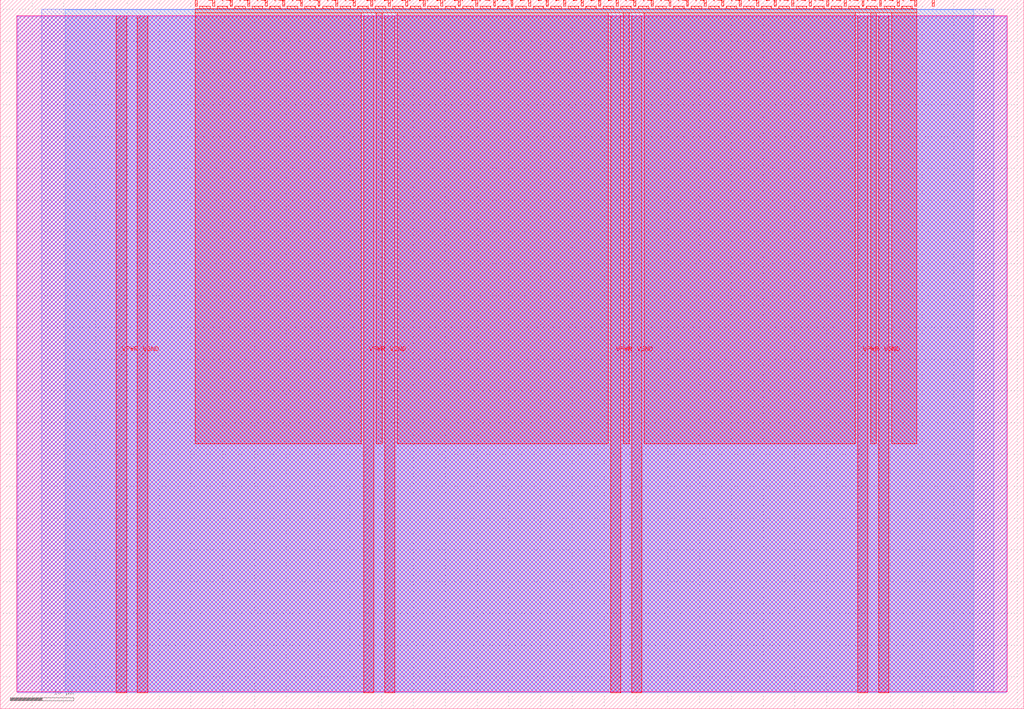
<source format=lef>
VERSION 5.7 ;
  NOWIREEXTENSIONATPIN ON ;
  DIVIDERCHAR "/" ;
  BUSBITCHARS "[]" ;
MACRO tt_um_spi2ws2811x16
  CLASS BLOCK ;
  FOREIGN tt_um_spi2ws2811x16 ;
  ORIGIN 0.000 0.000 ;
  SIZE 161.000 BY 111.520 ;
  PIN VGND
    DIRECTION INOUT ;
    USE GROUND ;
    PORT
      LAYER met4 ;
        RECT 21.580 2.480 23.180 109.040 ;
    END
    PORT
      LAYER met4 ;
        RECT 60.450 2.480 62.050 109.040 ;
    END
    PORT
      LAYER met4 ;
        RECT 99.320 2.480 100.920 109.040 ;
    END
    PORT
      LAYER met4 ;
        RECT 138.190 2.480 139.790 109.040 ;
    END
  END VGND
  PIN VPWR
    DIRECTION INOUT ;
    USE POWER ;
    PORT
      LAYER met4 ;
        RECT 18.280 2.480 19.880 109.040 ;
    END
    PORT
      LAYER met4 ;
        RECT 57.150 2.480 58.750 109.040 ;
    END
    PORT
      LAYER met4 ;
        RECT 96.020 2.480 97.620 109.040 ;
    END
    PORT
      LAYER met4 ;
        RECT 134.890 2.480 136.490 109.040 ;
    END
  END VPWR
  PIN clk
    DIRECTION INPUT ;
    USE SIGNAL ;
    ANTENNAGATEAREA 0.852000 ;
    PORT
      LAYER met4 ;
        RECT 143.830 110.520 144.130 111.520 ;
    END
  END clk
  PIN ena
    DIRECTION INPUT ;
    USE SIGNAL ;
    PORT
      LAYER met4 ;
        RECT 146.590 110.520 146.890 111.520 ;
    END
  END ena
  PIN rst_n
    DIRECTION INPUT ;
    USE SIGNAL ;
    ANTENNAGATEAREA 0.126000 ;
    PORT
      LAYER met4 ;
        RECT 141.070 110.520 141.370 111.520 ;
    END
  END rst_n
  PIN ui_in[0]
    DIRECTION INPUT ;
    USE SIGNAL ;
    ANTENNAGATEAREA 0.126000 ;
    PORT
      LAYER met4 ;
        RECT 138.310 110.520 138.610 111.520 ;
    END
  END ui_in[0]
  PIN ui_in[1]
    DIRECTION INPUT ;
    USE SIGNAL ;
    ANTENNAGATEAREA 0.213000 ;
    PORT
      LAYER met4 ;
        RECT 135.550 110.520 135.850 111.520 ;
    END
  END ui_in[1]
  PIN ui_in[2]
    DIRECTION INPUT ;
    USE SIGNAL ;
    PORT
      LAYER met4 ;
        RECT 132.790 110.520 133.090 111.520 ;
    END
  END ui_in[2]
  PIN ui_in[3]
    DIRECTION INPUT ;
    USE SIGNAL ;
    PORT
      LAYER met4 ;
        RECT 130.030 110.520 130.330 111.520 ;
    END
  END ui_in[3]
  PIN ui_in[4]
    DIRECTION INPUT ;
    USE SIGNAL ;
    PORT
      LAYER met4 ;
        RECT 127.270 110.520 127.570 111.520 ;
    END
  END ui_in[4]
  PIN ui_in[5]
    DIRECTION INPUT ;
    USE SIGNAL ;
    PORT
      LAYER met4 ;
        RECT 124.510 110.520 124.810 111.520 ;
    END
  END ui_in[5]
  PIN ui_in[6]
    DIRECTION INPUT ;
    USE SIGNAL ;
    PORT
      LAYER met4 ;
        RECT 121.750 110.520 122.050 111.520 ;
    END
  END ui_in[6]
  PIN ui_in[7]
    DIRECTION INPUT ;
    USE SIGNAL ;
    PORT
      LAYER met4 ;
        RECT 118.990 110.520 119.290 111.520 ;
    END
  END ui_in[7]
  PIN uio_in[0]
    DIRECTION INPUT ;
    USE SIGNAL ;
    PORT
      LAYER met4 ;
        RECT 116.230 110.520 116.530 111.520 ;
    END
  END uio_in[0]
  PIN uio_in[1]
    DIRECTION INPUT ;
    USE SIGNAL ;
    PORT
      LAYER met4 ;
        RECT 113.470 110.520 113.770 111.520 ;
    END
  END uio_in[1]
  PIN uio_in[2]
    DIRECTION INPUT ;
    USE SIGNAL ;
    PORT
      LAYER met4 ;
        RECT 110.710 110.520 111.010 111.520 ;
    END
  END uio_in[2]
  PIN uio_in[3]
    DIRECTION INPUT ;
    USE SIGNAL ;
    PORT
      LAYER met4 ;
        RECT 107.950 110.520 108.250 111.520 ;
    END
  END uio_in[3]
  PIN uio_in[4]
    DIRECTION INPUT ;
    USE SIGNAL ;
    PORT
      LAYER met4 ;
        RECT 105.190 110.520 105.490 111.520 ;
    END
  END uio_in[4]
  PIN uio_in[5]
    DIRECTION INPUT ;
    USE SIGNAL ;
    PORT
      LAYER met4 ;
        RECT 102.430 110.520 102.730 111.520 ;
    END
  END uio_in[5]
  PIN uio_in[6]
    DIRECTION INPUT ;
    USE SIGNAL ;
    PORT
      LAYER met4 ;
        RECT 99.670 110.520 99.970 111.520 ;
    END
  END uio_in[6]
  PIN uio_in[7]
    DIRECTION INPUT ;
    USE SIGNAL ;
    PORT
      LAYER met4 ;
        RECT 96.910 110.520 97.210 111.520 ;
    END
  END uio_in[7]
  PIN uio_oe[0]
    DIRECTION OUTPUT ;
    USE SIGNAL ;
    PORT
      LAYER met4 ;
        RECT 49.990 110.520 50.290 111.520 ;
    END
  END uio_oe[0]
  PIN uio_oe[1]
    DIRECTION OUTPUT ;
    USE SIGNAL ;
    PORT
      LAYER met4 ;
        RECT 47.230 110.520 47.530 111.520 ;
    END
  END uio_oe[1]
  PIN uio_oe[2]
    DIRECTION OUTPUT ;
    USE SIGNAL ;
    PORT
      LAYER met4 ;
        RECT 44.470 110.520 44.770 111.520 ;
    END
  END uio_oe[2]
  PIN uio_oe[3]
    DIRECTION OUTPUT ;
    USE SIGNAL ;
    PORT
      LAYER met4 ;
        RECT 41.710 110.520 42.010 111.520 ;
    END
  END uio_oe[3]
  PIN uio_oe[4]
    DIRECTION OUTPUT ;
    USE SIGNAL ;
    PORT
      LAYER met4 ;
        RECT 38.950 110.520 39.250 111.520 ;
    END
  END uio_oe[4]
  PIN uio_oe[5]
    DIRECTION OUTPUT ;
    USE SIGNAL ;
    PORT
      LAYER met4 ;
        RECT 36.190 110.520 36.490 111.520 ;
    END
  END uio_oe[5]
  PIN uio_oe[6]
    DIRECTION OUTPUT ;
    USE SIGNAL ;
    PORT
      LAYER met4 ;
        RECT 33.430 110.520 33.730 111.520 ;
    END
  END uio_oe[6]
  PIN uio_oe[7]
    DIRECTION OUTPUT ;
    USE SIGNAL ;
    PORT
      LAYER met4 ;
        RECT 30.670 110.520 30.970 111.520 ;
    END
  END uio_oe[7]
  PIN uio_out[0]
    DIRECTION OUTPUT ;
    USE SIGNAL ;
    PORT
      LAYER met4 ;
        RECT 72.070 110.520 72.370 111.520 ;
    END
  END uio_out[0]
  PIN uio_out[1]
    DIRECTION OUTPUT ;
    USE SIGNAL ;
    PORT
      LAYER met4 ;
        RECT 69.310 110.520 69.610 111.520 ;
    END
  END uio_out[1]
  PIN uio_out[2]
    DIRECTION OUTPUT ;
    USE SIGNAL ;
    PORT
      LAYER met4 ;
        RECT 66.550 110.520 66.850 111.520 ;
    END
  END uio_out[2]
  PIN uio_out[3]
    DIRECTION OUTPUT ;
    USE SIGNAL ;
    PORT
      LAYER met4 ;
        RECT 63.790 110.520 64.090 111.520 ;
    END
  END uio_out[3]
  PIN uio_out[4]
    DIRECTION OUTPUT ;
    USE SIGNAL ;
    PORT
      LAYER met4 ;
        RECT 61.030 110.520 61.330 111.520 ;
    END
  END uio_out[4]
  PIN uio_out[5]
    DIRECTION OUTPUT ;
    USE SIGNAL ;
    PORT
      LAYER met4 ;
        RECT 58.270 110.520 58.570 111.520 ;
    END
  END uio_out[5]
  PIN uio_out[6]
    DIRECTION OUTPUT ;
    USE SIGNAL ;
    PORT
      LAYER met4 ;
        RECT 55.510 110.520 55.810 111.520 ;
    END
  END uio_out[6]
  PIN uio_out[7]
    DIRECTION OUTPUT ;
    USE SIGNAL ;
    PORT
      LAYER met4 ;
        RECT 52.750 110.520 53.050 111.520 ;
    END
  END uio_out[7]
  PIN uo_out[0]
    DIRECTION OUTPUT ;
    USE SIGNAL ;
    ANTENNADIFFAREA 0.445500 ;
    PORT
      LAYER met4 ;
        RECT 94.150 110.520 94.450 111.520 ;
    END
  END uo_out[0]
  PIN uo_out[1]
    DIRECTION OUTPUT ;
    USE SIGNAL ;
    ANTENNADIFFAREA 0.795200 ;
    PORT
      LAYER met4 ;
        RECT 91.390 110.520 91.690 111.520 ;
    END
  END uo_out[1]
  PIN uo_out[2]
    DIRECTION OUTPUT ;
    USE SIGNAL ;
    ANTENNADIFFAREA 0.445500 ;
    PORT
      LAYER met4 ;
        RECT 88.630 110.520 88.930 111.520 ;
    END
  END uo_out[2]
  PIN uo_out[3]
    DIRECTION OUTPUT ;
    USE SIGNAL ;
    ANTENNADIFFAREA 0.795200 ;
    PORT
      LAYER met4 ;
        RECT 85.870 110.520 86.170 111.520 ;
    END
  END uo_out[3]
  PIN uo_out[4]
    DIRECTION OUTPUT ;
    USE SIGNAL ;
    ANTENNADIFFAREA 0.795200 ;
    PORT
      LAYER met4 ;
        RECT 83.110 110.520 83.410 111.520 ;
    END
  END uo_out[4]
  PIN uo_out[5]
    DIRECTION OUTPUT ;
    USE SIGNAL ;
    ANTENNADIFFAREA 0.795200 ;
    PORT
      LAYER met4 ;
        RECT 80.350 110.520 80.650 111.520 ;
    END
  END uo_out[5]
  PIN uo_out[6]
    DIRECTION OUTPUT ;
    USE SIGNAL ;
    ANTENNADIFFAREA 0.795200 ;
    PORT
      LAYER met4 ;
        RECT 77.590 110.520 77.890 111.520 ;
    END
  END uo_out[6]
  PIN uo_out[7]
    DIRECTION OUTPUT ;
    USE SIGNAL ;
    ANTENNADIFFAREA 0.795200 ;
    PORT
      LAYER met4 ;
        RECT 74.830 110.520 75.130 111.520 ;
    END
  END uo_out[7]
  OBS
      LAYER nwell ;
        RECT 2.570 2.635 158.430 108.990 ;
      LAYER li1 ;
        RECT 2.760 2.635 158.240 108.885 ;
      LAYER met1 ;
        RECT 2.760 2.480 158.240 109.040 ;
      LAYER met2 ;
        RECT 6.540 2.535 156.300 110.005 ;
      LAYER met3 ;
        RECT 10.185 2.555 153.115 109.985 ;
      LAYER met4 ;
        RECT 31.370 110.120 33.030 110.520 ;
        RECT 34.130 110.120 35.790 110.520 ;
        RECT 36.890 110.120 38.550 110.520 ;
        RECT 39.650 110.120 41.310 110.520 ;
        RECT 42.410 110.120 44.070 110.520 ;
        RECT 45.170 110.120 46.830 110.520 ;
        RECT 47.930 110.120 49.590 110.520 ;
        RECT 50.690 110.120 52.350 110.520 ;
        RECT 53.450 110.120 55.110 110.520 ;
        RECT 56.210 110.120 57.870 110.520 ;
        RECT 58.970 110.120 60.630 110.520 ;
        RECT 61.730 110.120 63.390 110.520 ;
        RECT 64.490 110.120 66.150 110.520 ;
        RECT 67.250 110.120 68.910 110.520 ;
        RECT 70.010 110.120 71.670 110.520 ;
        RECT 72.770 110.120 74.430 110.520 ;
        RECT 75.530 110.120 77.190 110.520 ;
        RECT 78.290 110.120 79.950 110.520 ;
        RECT 81.050 110.120 82.710 110.520 ;
        RECT 83.810 110.120 85.470 110.520 ;
        RECT 86.570 110.120 88.230 110.520 ;
        RECT 89.330 110.120 90.990 110.520 ;
        RECT 92.090 110.120 93.750 110.520 ;
        RECT 94.850 110.120 96.510 110.520 ;
        RECT 97.610 110.120 99.270 110.520 ;
        RECT 100.370 110.120 102.030 110.520 ;
        RECT 103.130 110.120 104.790 110.520 ;
        RECT 105.890 110.120 107.550 110.520 ;
        RECT 108.650 110.120 110.310 110.520 ;
        RECT 111.410 110.120 113.070 110.520 ;
        RECT 114.170 110.120 115.830 110.520 ;
        RECT 116.930 110.120 118.590 110.520 ;
        RECT 119.690 110.120 121.350 110.520 ;
        RECT 122.450 110.120 124.110 110.520 ;
        RECT 125.210 110.120 126.870 110.520 ;
        RECT 127.970 110.120 129.630 110.520 ;
        RECT 130.730 110.120 132.390 110.520 ;
        RECT 133.490 110.120 135.150 110.520 ;
        RECT 136.250 110.120 137.910 110.520 ;
        RECT 139.010 110.120 140.670 110.520 ;
        RECT 141.770 110.120 143.430 110.520 ;
        RECT 30.655 109.440 144.145 110.120 ;
        RECT 30.655 41.655 56.750 109.440 ;
        RECT 59.150 41.655 60.050 109.440 ;
        RECT 62.450 41.655 95.620 109.440 ;
        RECT 98.020 41.655 98.920 109.440 ;
        RECT 101.320 41.655 134.490 109.440 ;
        RECT 136.890 41.655 137.790 109.440 ;
        RECT 140.190 41.655 144.145 109.440 ;
  END
END tt_um_spi2ws2811x16
END LIBRARY


</source>
